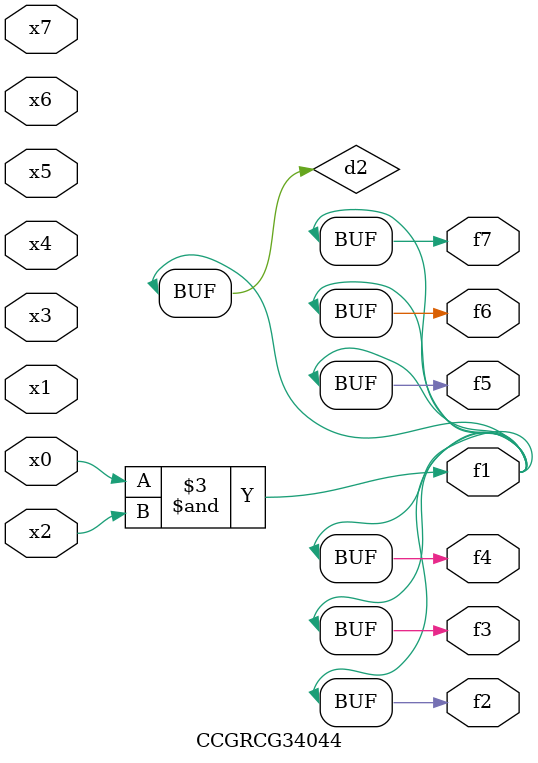
<source format=v>
module CCGRCG34044(
	input x0, x1, x2, x3, x4, x5, x6, x7,
	output f1, f2, f3, f4, f5, f6, f7
);

	wire d1, d2;

	nor (d1, x3, x6);
	and (d2, x0, x2);
	assign f1 = d2;
	assign f2 = d2;
	assign f3 = d2;
	assign f4 = d2;
	assign f5 = d2;
	assign f6 = d2;
	assign f7 = d2;
endmodule

</source>
